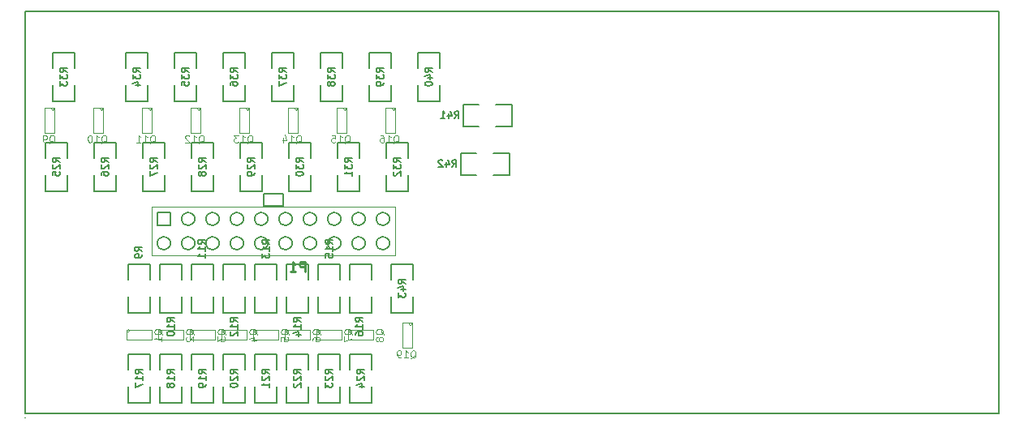
<source format=gbo>
G04 (created by PCBNEW (2013-jul-07)-stable) date ven. 28 nov. 2014 16:43:25 CET*
%MOIN*%
G04 Gerber Fmt 3.4, Leading zero omitted, Abs format*
%FSLAX34Y34*%
G01*
G70*
G90*
G04 APERTURE LIST*
%ADD10C,0.00590551*%
%ADD11C,0.00787402*%
%ADD12C,0.005*%
%ADD13C,0.0039*%
%ADD14C,0.0031*%
%ADD15C,0.01*%
%ADD16C,0.0108*%
%ADD17C,0.0047*%
G04 APERTURE END LIST*
G54D10*
G54D11*
X43800Y-36600D02*
X44600Y-36600D01*
G54D10*
X74000Y-29100D02*
X74000Y-45650D01*
X73400Y-29100D02*
X74000Y-29100D01*
X73400Y-45650D02*
X74000Y-45650D01*
X34000Y-29100D02*
X34000Y-45600D01*
X34000Y-29100D02*
X73400Y-29100D01*
X34000Y-45650D02*
X34000Y-45600D01*
X73400Y-45650D02*
X34000Y-45650D01*
G54D11*
X43800Y-37100D02*
X43950Y-37100D01*
X43800Y-36600D02*
X43800Y-37100D01*
X43900Y-37100D02*
X44100Y-37100D01*
X44600Y-37100D02*
X44050Y-37100D01*
X44600Y-36600D02*
X44600Y-37100D01*
G54D10*
X34000Y-45800D02*
G75*
G03X34000Y-45800I0J0D01*
G74*
G01*
X33999Y-45800D02*
X34000Y-45800D01*
X34000Y-45799D02*
X34000Y-45800D01*
G54D12*
X38250Y-39500D02*
X39150Y-39500D01*
X39150Y-39500D02*
X39150Y-40150D01*
X38250Y-40850D02*
X38250Y-41500D01*
X38250Y-41500D02*
X39150Y-41500D01*
X39150Y-41500D02*
X39150Y-40850D01*
X38250Y-40150D02*
X38250Y-39500D01*
X40850Y-39500D02*
X41750Y-39500D01*
X41750Y-39500D02*
X41750Y-40150D01*
X40850Y-40850D02*
X40850Y-41500D01*
X40850Y-41500D02*
X41750Y-41500D01*
X41750Y-41500D02*
X41750Y-40850D01*
X40850Y-40150D02*
X40850Y-39500D01*
X43450Y-39500D02*
X44350Y-39500D01*
X44350Y-39500D02*
X44350Y-40150D01*
X43450Y-40850D02*
X43450Y-41500D01*
X43450Y-41500D02*
X44350Y-41500D01*
X44350Y-41500D02*
X44350Y-40850D01*
X43450Y-40150D02*
X43450Y-39500D01*
X46050Y-39500D02*
X46950Y-39500D01*
X46950Y-39500D02*
X46950Y-40150D01*
X46050Y-40850D02*
X46050Y-41500D01*
X46050Y-41500D02*
X46950Y-41500D01*
X46950Y-41500D02*
X46950Y-40850D01*
X46050Y-40150D02*
X46050Y-39500D01*
X47350Y-39500D02*
X48250Y-39500D01*
X48250Y-39500D02*
X48250Y-40150D01*
X47350Y-40850D02*
X47350Y-41500D01*
X47350Y-41500D02*
X48250Y-41500D01*
X48250Y-41500D02*
X48250Y-40850D01*
X47350Y-40150D02*
X47350Y-39500D01*
X44750Y-39500D02*
X45650Y-39500D01*
X45650Y-39500D02*
X45650Y-40150D01*
X44750Y-40850D02*
X44750Y-41500D01*
X44750Y-41500D02*
X45650Y-41500D01*
X45650Y-41500D02*
X45650Y-40850D01*
X44750Y-40150D02*
X44750Y-39500D01*
X42150Y-39500D02*
X43050Y-39500D01*
X43050Y-39500D02*
X43050Y-40150D01*
X42150Y-40850D02*
X42150Y-41500D01*
X42150Y-41500D02*
X43050Y-41500D01*
X43050Y-41500D02*
X43050Y-40850D01*
X42150Y-40150D02*
X42150Y-39500D01*
X39550Y-39500D02*
X40450Y-39500D01*
X40450Y-39500D02*
X40450Y-40150D01*
X39550Y-40850D02*
X39550Y-41500D01*
X39550Y-41500D02*
X40450Y-41500D01*
X40450Y-41500D02*
X40450Y-40850D01*
X39550Y-40150D02*
X39550Y-39500D01*
X39150Y-45200D02*
X38250Y-45200D01*
X38250Y-45200D02*
X38250Y-44550D01*
X39150Y-43850D02*
X39150Y-43200D01*
X39150Y-43200D02*
X38250Y-43200D01*
X38250Y-43200D02*
X38250Y-43850D01*
X39150Y-44550D02*
X39150Y-45200D01*
X40450Y-45200D02*
X39550Y-45200D01*
X39550Y-45200D02*
X39550Y-44550D01*
X40450Y-43850D02*
X40450Y-43200D01*
X40450Y-43200D02*
X39550Y-43200D01*
X39550Y-43200D02*
X39550Y-43850D01*
X40450Y-44550D02*
X40450Y-45200D01*
G54D13*
X39200Y-37150D02*
X49200Y-37150D01*
X39200Y-39150D02*
X49200Y-39150D01*
X39200Y-39150D02*
X39200Y-37150D01*
X49200Y-37150D02*
X49200Y-39150D01*
G54D12*
X41750Y-45200D02*
X40850Y-45200D01*
X40850Y-45200D02*
X40850Y-44550D01*
X41750Y-43850D02*
X41750Y-43200D01*
X41750Y-43200D02*
X40850Y-43200D01*
X40850Y-43200D02*
X40850Y-43850D01*
X41750Y-44550D02*
X41750Y-45200D01*
X43050Y-45200D02*
X42150Y-45200D01*
X42150Y-45200D02*
X42150Y-44550D01*
X43050Y-43850D02*
X43050Y-43200D01*
X43050Y-43200D02*
X42150Y-43200D01*
X42150Y-43200D02*
X42150Y-43850D01*
X43050Y-44550D02*
X43050Y-45200D01*
X44350Y-45200D02*
X43450Y-45200D01*
X43450Y-45200D02*
X43450Y-44550D01*
X44350Y-43850D02*
X44350Y-43200D01*
X44350Y-43200D02*
X43450Y-43200D01*
X43450Y-43200D02*
X43450Y-43850D01*
X44350Y-44550D02*
X44350Y-45200D01*
X45650Y-45200D02*
X44750Y-45200D01*
X44750Y-45200D02*
X44750Y-44550D01*
X45650Y-43850D02*
X45650Y-43200D01*
X45650Y-43200D02*
X44750Y-43200D01*
X44750Y-43200D02*
X44750Y-43850D01*
X45650Y-44550D02*
X45650Y-45200D01*
X46950Y-45200D02*
X46050Y-45200D01*
X46050Y-45200D02*
X46050Y-44550D01*
X46950Y-43850D02*
X46950Y-43200D01*
X46950Y-43200D02*
X46050Y-43200D01*
X46050Y-43200D02*
X46050Y-43850D01*
X46950Y-44550D02*
X46950Y-45200D01*
X48250Y-45200D02*
X47350Y-45200D01*
X47350Y-45200D02*
X47350Y-44550D01*
X48250Y-43850D02*
X48250Y-43200D01*
X48250Y-43200D02*
X47350Y-43200D01*
X47350Y-43200D02*
X47350Y-43850D01*
X48250Y-44550D02*
X48250Y-45200D01*
X35750Y-36500D02*
X34850Y-36500D01*
X34850Y-36500D02*
X34850Y-35850D01*
X35750Y-35150D02*
X35750Y-34500D01*
X35750Y-34500D02*
X34850Y-34500D01*
X34850Y-34500D02*
X34850Y-35150D01*
X35750Y-35850D02*
X35750Y-36500D01*
X37750Y-36500D02*
X36850Y-36500D01*
X36850Y-36500D02*
X36850Y-35850D01*
X37750Y-35150D02*
X37750Y-34500D01*
X37750Y-34500D02*
X36850Y-34500D01*
X36850Y-34500D02*
X36850Y-35150D01*
X37750Y-35850D02*
X37750Y-36500D01*
X39750Y-36500D02*
X38850Y-36500D01*
X38850Y-36500D02*
X38850Y-35850D01*
X39750Y-35150D02*
X39750Y-34500D01*
X39750Y-34500D02*
X38850Y-34500D01*
X38850Y-34500D02*
X38850Y-35150D01*
X39750Y-35850D02*
X39750Y-36500D01*
X41750Y-36500D02*
X40850Y-36500D01*
X40850Y-36500D02*
X40850Y-35850D01*
X41750Y-35150D02*
X41750Y-34500D01*
X41750Y-34500D02*
X40850Y-34500D01*
X40850Y-34500D02*
X40850Y-35150D01*
X41750Y-35850D02*
X41750Y-36500D01*
X43750Y-36500D02*
X42850Y-36500D01*
X42850Y-36500D02*
X42850Y-35850D01*
X43750Y-35150D02*
X43750Y-34500D01*
X43750Y-34500D02*
X42850Y-34500D01*
X42850Y-34500D02*
X42850Y-35150D01*
X43750Y-35850D02*
X43750Y-36500D01*
X45750Y-36500D02*
X44850Y-36500D01*
X44850Y-36500D02*
X44850Y-35850D01*
X45750Y-35150D02*
X45750Y-34500D01*
X45750Y-34500D02*
X44850Y-34500D01*
X44850Y-34500D02*
X44850Y-35150D01*
X45750Y-35850D02*
X45750Y-36500D01*
X47750Y-36500D02*
X46850Y-36500D01*
X46850Y-36500D02*
X46850Y-35850D01*
X47750Y-35150D02*
X47750Y-34500D01*
X47750Y-34500D02*
X46850Y-34500D01*
X46850Y-34500D02*
X46850Y-35150D01*
X47750Y-35850D02*
X47750Y-36500D01*
X49750Y-36500D02*
X48850Y-36500D01*
X48850Y-36500D02*
X48850Y-35850D01*
X49750Y-35150D02*
X49750Y-34500D01*
X49750Y-34500D02*
X48850Y-34500D01*
X48850Y-34500D02*
X48850Y-35150D01*
X49750Y-35850D02*
X49750Y-36500D01*
X35150Y-30800D02*
X36050Y-30800D01*
X36050Y-30800D02*
X36050Y-31450D01*
X35150Y-32150D02*
X35150Y-32800D01*
X35150Y-32800D02*
X36050Y-32800D01*
X36050Y-32800D02*
X36050Y-32150D01*
X35150Y-31450D02*
X35150Y-30800D01*
X38150Y-30800D02*
X39050Y-30800D01*
X39050Y-30800D02*
X39050Y-31450D01*
X38150Y-32150D02*
X38150Y-32800D01*
X38150Y-32800D02*
X39050Y-32800D01*
X39050Y-32800D02*
X39050Y-32150D01*
X38150Y-31450D02*
X38150Y-30800D01*
X40150Y-30800D02*
X41050Y-30800D01*
X41050Y-30800D02*
X41050Y-31450D01*
X40150Y-32150D02*
X40150Y-32800D01*
X40150Y-32800D02*
X41050Y-32800D01*
X41050Y-32800D02*
X41050Y-32150D01*
X40150Y-31450D02*
X40150Y-30800D01*
X42150Y-30800D02*
X43050Y-30800D01*
X43050Y-30800D02*
X43050Y-31450D01*
X42150Y-32150D02*
X42150Y-32800D01*
X42150Y-32800D02*
X43050Y-32800D01*
X43050Y-32800D02*
X43050Y-32150D01*
X42150Y-31450D02*
X42150Y-30800D01*
X44150Y-30800D02*
X45050Y-30800D01*
X45050Y-30800D02*
X45050Y-31450D01*
X44150Y-32150D02*
X44150Y-32800D01*
X44150Y-32800D02*
X45050Y-32800D01*
X45050Y-32800D02*
X45050Y-32150D01*
X44150Y-31450D02*
X44150Y-30800D01*
X46150Y-30800D02*
X47050Y-30800D01*
X47050Y-30800D02*
X47050Y-31450D01*
X46150Y-32150D02*
X46150Y-32800D01*
X46150Y-32800D02*
X47050Y-32800D01*
X47050Y-32800D02*
X47050Y-32150D01*
X46150Y-31450D02*
X46150Y-30800D01*
X48150Y-30800D02*
X49050Y-30800D01*
X49050Y-30800D02*
X49050Y-31450D01*
X48150Y-32150D02*
X48150Y-32800D01*
X48150Y-32800D02*
X49050Y-32800D01*
X49050Y-32800D02*
X49050Y-32150D01*
X48150Y-31450D02*
X48150Y-30800D01*
X50150Y-30800D02*
X51050Y-30800D01*
X51050Y-30800D02*
X51050Y-31450D01*
X50150Y-32150D02*
X50150Y-32800D01*
X50150Y-32800D02*
X51050Y-32800D01*
X51050Y-32800D02*
X51050Y-32150D01*
X50150Y-31450D02*
X50150Y-30800D01*
X52000Y-33850D02*
X52000Y-32950D01*
X52000Y-32950D02*
X52650Y-32950D01*
X53350Y-33850D02*
X54000Y-33850D01*
X54000Y-33850D02*
X54000Y-32950D01*
X54000Y-32950D02*
X53350Y-32950D01*
X52650Y-33850D02*
X52000Y-33850D01*
X53900Y-34950D02*
X53900Y-35850D01*
X53900Y-35850D02*
X53250Y-35850D01*
X52550Y-34950D02*
X51900Y-34950D01*
X51900Y-34950D02*
X51900Y-35850D01*
X51900Y-35850D02*
X52550Y-35850D01*
X53250Y-34950D02*
X53900Y-34950D01*
X49050Y-39500D02*
X49950Y-39500D01*
X49950Y-39500D02*
X49950Y-40150D01*
X49050Y-40850D02*
X49050Y-41500D01*
X49050Y-41500D02*
X49950Y-41500D01*
X49950Y-41500D02*
X49950Y-40850D01*
X49050Y-40150D02*
X49050Y-39500D01*
G54D14*
X38299Y-42262D02*
G75*
G03X38299Y-42262I-62J0D01*
G74*
G01*
X39200Y-42600D02*
X39200Y-42200D01*
X38175Y-42600D02*
X38175Y-42200D01*
X39200Y-42200D02*
X38175Y-42200D01*
X38175Y-42600D02*
X39200Y-42600D01*
X39599Y-42262D02*
G75*
G03X39599Y-42262I-62J0D01*
G74*
G01*
X40500Y-42600D02*
X40500Y-42200D01*
X39475Y-42600D02*
X39475Y-42200D01*
X40500Y-42200D02*
X39475Y-42200D01*
X39475Y-42600D02*
X40500Y-42600D01*
X40899Y-42262D02*
G75*
G03X40899Y-42262I-62J0D01*
G74*
G01*
X41800Y-42600D02*
X41800Y-42200D01*
X40775Y-42600D02*
X40775Y-42200D01*
X41800Y-42200D02*
X40775Y-42200D01*
X40775Y-42600D02*
X41800Y-42600D01*
X42199Y-42262D02*
G75*
G03X42199Y-42262I-62J0D01*
G74*
G01*
X43100Y-42600D02*
X43100Y-42200D01*
X42075Y-42600D02*
X42075Y-42200D01*
X43100Y-42200D02*
X42075Y-42200D01*
X42075Y-42600D02*
X43100Y-42600D01*
X43499Y-42262D02*
G75*
G03X43499Y-42262I-62J0D01*
G74*
G01*
X44400Y-42600D02*
X44400Y-42200D01*
X43375Y-42600D02*
X43375Y-42200D01*
X44400Y-42200D02*
X43375Y-42200D01*
X43375Y-42600D02*
X44400Y-42600D01*
X44799Y-42262D02*
G75*
G03X44799Y-42262I-62J0D01*
G74*
G01*
X45700Y-42600D02*
X45700Y-42200D01*
X44675Y-42600D02*
X44675Y-42200D01*
X45700Y-42200D02*
X44675Y-42200D01*
X44675Y-42600D02*
X45700Y-42600D01*
X46099Y-42262D02*
G75*
G03X46099Y-42262I-62J0D01*
G74*
G01*
X47000Y-42600D02*
X47000Y-42200D01*
X45975Y-42600D02*
X45975Y-42200D01*
X47000Y-42200D02*
X45975Y-42200D01*
X45975Y-42600D02*
X47000Y-42600D01*
X47399Y-42262D02*
G75*
G03X47399Y-42262I-62J0D01*
G74*
G01*
X48300Y-42600D02*
X48300Y-42200D01*
X47275Y-42600D02*
X47275Y-42200D01*
X48300Y-42200D02*
X47275Y-42200D01*
X47275Y-42600D02*
X48300Y-42600D01*
X35200Y-33137D02*
G75*
G03X35200Y-33137I-62J0D01*
G74*
G01*
X34800Y-34100D02*
X35200Y-34100D01*
X34800Y-33075D02*
X35200Y-33075D01*
X35200Y-34100D02*
X35200Y-33075D01*
X34800Y-33075D02*
X34800Y-34100D01*
X37200Y-33137D02*
G75*
G03X37200Y-33137I-62J0D01*
G74*
G01*
X36800Y-34100D02*
X37200Y-34100D01*
X36800Y-33075D02*
X37200Y-33075D01*
X37200Y-34100D02*
X37200Y-33075D01*
X36800Y-33075D02*
X36800Y-34100D01*
X39200Y-33137D02*
G75*
G03X39200Y-33137I-62J0D01*
G74*
G01*
X38800Y-34100D02*
X39200Y-34100D01*
X38800Y-33075D02*
X39200Y-33075D01*
X39200Y-34100D02*
X39200Y-33075D01*
X38800Y-33075D02*
X38800Y-34100D01*
X41200Y-33137D02*
G75*
G03X41200Y-33137I-62J0D01*
G74*
G01*
X40800Y-34100D02*
X41200Y-34100D01*
X40800Y-33075D02*
X41200Y-33075D01*
X41200Y-34100D02*
X41200Y-33075D01*
X40800Y-33075D02*
X40800Y-34100D01*
X43200Y-33137D02*
G75*
G03X43200Y-33137I-62J0D01*
G74*
G01*
X42800Y-34100D02*
X43200Y-34100D01*
X42800Y-33075D02*
X43200Y-33075D01*
X43200Y-34100D02*
X43200Y-33075D01*
X42800Y-33075D02*
X42800Y-34100D01*
X45200Y-33137D02*
G75*
G03X45200Y-33137I-62J0D01*
G74*
G01*
X44800Y-34100D02*
X45200Y-34100D01*
X44800Y-33075D02*
X45200Y-33075D01*
X45200Y-34100D02*
X45200Y-33075D01*
X44800Y-33075D02*
X44800Y-34100D01*
X47200Y-33137D02*
G75*
G03X47200Y-33137I-62J0D01*
G74*
G01*
X46800Y-34100D02*
X47200Y-34100D01*
X46800Y-33075D02*
X47200Y-33075D01*
X47200Y-34100D02*
X47200Y-33075D01*
X46800Y-33075D02*
X46800Y-34100D01*
X49200Y-33137D02*
G75*
G03X49200Y-33137I-62J0D01*
G74*
G01*
X48800Y-34100D02*
X49200Y-34100D01*
X48800Y-33075D02*
X49200Y-33075D01*
X49200Y-34100D02*
X49200Y-33075D01*
X48800Y-33075D02*
X48800Y-34100D01*
X49900Y-41987D02*
G75*
G03X49900Y-41987I-62J0D01*
G74*
G01*
X49500Y-42950D02*
X49900Y-42950D01*
X49500Y-41925D02*
X49900Y-41925D01*
X49900Y-42950D02*
X49900Y-41925D01*
X49500Y-41925D02*
X49500Y-42950D01*
G54D10*
X39429Y-37379D02*
X39429Y-37920D01*
X39970Y-37920D01*
X39970Y-37379D01*
X39429Y-37379D01*
X39970Y-38650D02*
G75*
G03X39970Y-38650I-270J0D01*
G74*
G01*
X40970Y-37650D02*
G75*
G03X40970Y-37650I-270J0D01*
G74*
G01*
X40970Y-38650D02*
G75*
G03X40970Y-38650I-270J0D01*
G74*
G01*
X41970Y-37650D02*
G75*
G03X41970Y-37650I-270J0D01*
G74*
G01*
X41970Y-38650D02*
G75*
G03X41970Y-38650I-270J0D01*
G74*
G01*
X42970Y-37650D02*
G75*
G03X42970Y-37650I-270J0D01*
G74*
G01*
X42970Y-38650D02*
G75*
G03X42970Y-38650I-270J0D01*
G74*
G01*
X43970Y-37650D02*
G75*
G03X43970Y-37650I-270J0D01*
G74*
G01*
X43970Y-38650D02*
G75*
G03X43970Y-38650I-270J0D01*
G74*
G01*
X44970Y-37650D02*
G75*
G03X44970Y-37650I-270J0D01*
G74*
G01*
X44970Y-38650D02*
G75*
G03X44970Y-38650I-270J0D01*
G74*
G01*
X45970Y-37650D02*
G75*
G03X45970Y-37650I-270J0D01*
G74*
G01*
X45970Y-38650D02*
G75*
G03X45970Y-38650I-270J0D01*
G74*
G01*
X46970Y-37650D02*
G75*
G03X46970Y-37650I-270J0D01*
G74*
G01*
X46970Y-38650D02*
G75*
G03X46970Y-38650I-270J0D01*
G74*
G01*
X47970Y-37650D02*
G75*
G03X47970Y-37650I-270J0D01*
G74*
G01*
X47970Y-38650D02*
G75*
G03X47970Y-38650I-270J0D01*
G74*
G01*
X48970Y-37650D02*
G75*
G03X48970Y-37650I-270J0D01*
G74*
G01*
X48970Y-38650D02*
G75*
G03X48970Y-38650I-270J0D01*
G74*
G01*
G54D12*
X38796Y-38975D02*
X38653Y-38875D01*
X38796Y-38803D02*
X38496Y-38803D01*
X38496Y-38917D01*
X38510Y-38946D01*
X38525Y-38960D01*
X38553Y-38975D01*
X38596Y-38975D01*
X38625Y-38960D01*
X38639Y-38946D01*
X38653Y-38917D01*
X38653Y-38803D01*
X38796Y-39117D02*
X38796Y-39175D01*
X38782Y-39203D01*
X38767Y-39217D01*
X38725Y-39246D01*
X38667Y-39260D01*
X38553Y-39260D01*
X38525Y-39246D01*
X38510Y-39232D01*
X38496Y-39203D01*
X38496Y-39146D01*
X38510Y-39117D01*
X38525Y-39103D01*
X38553Y-39089D01*
X38625Y-39089D01*
X38653Y-39103D01*
X38667Y-39117D01*
X38682Y-39146D01*
X38682Y-39203D01*
X38667Y-39232D01*
X38653Y-39246D01*
X38625Y-39260D01*
X41396Y-38682D02*
X41253Y-38582D01*
X41396Y-38510D02*
X41096Y-38510D01*
X41096Y-38625D01*
X41110Y-38653D01*
X41125Y-38667D01*
X41153Y-38682D01*
X41196Y-38682D01*
X41225Y-38667D01*
X41239Y-38653D01*
X41253Y-38625D01*
X41253Y-38510D01*
X41396Y-38967D02*
X41396Y-38796D01*
X41396Y-38882D02*
X41096Y-38882D01*
X41139Y-38853D01*
X41167Y-38825D01*
X41182Y-38796D01*
X41396Y-39253D02*
X41396Y-39082D01*
X41396Y-39167D02*
X41096Y-39167D01*
X41139Y-39139D01*
X41167Y-39110D01*
X41182Y-39082D01*
X44046Y-38682D02*
X43903Y-38582D01*
X44046Y-38510D02*
X43746Y-38510D01*
X43746Y-38625D01*
X43760Y-38653D01*
X43775Y-38667D01*
X43803Y-38682D01*
X43846Y-38682D01*
X43875Y-38667D01*
X43889Y-38653D01*
X43903Y-38625D01*
X43903Y-38510D01*
X44046Y-38967D02*
X44046Y-38796D01*
X44046Y-38882D02*
X43746Y-38882D01*
X43789Y-38853D01*
X43817Y-38825D01*
X43832Y-38796D01*
X43746Y-39067D02*
X43746Y-39253D01*
X43860Y-39153D01*
X43860Y-39196D01*
X43875Y-39225D01*
X43889Y-39239D01*
X43917Y-39253D01*
X43989Y-39253D01*
X44017Y-39239D01*
X44032Y-39225D01*
X44046Y-39196D01*
X44046Y-39110D01*
X44032Y-39082D01*
X44017Y-39067D01*
X46646Y-38682D02*
X46503Y-38582D01*
X46646Y-38510D02*
X46346Y-38510D01*
X46346Y-38625D01*
X46360Y-38653D01*
X46375Y-38667D01*
X46403Y-38682D01*
X46446Y-38682D01*
X46475Y-38667D01*
X46489Y-38653D01*
X46503Y-38625D01*
X46503Y-38510D01*
X46646Y-38967D02*
X46646Y-38796D01*
X46646Y-38882D02*
X46346Y-38882D01*
X46389Y-38853D01*
X46417Y-38825D01*
X46432Y-38796D01*
X46346Y-39239D02*
X46346Y-39096D01*
X46489Y-39082D01*
X46475Y-39096D01*
X46460Y-39125D01*
X46460Y-39196D01*
X46475Y-39225D01*
X46489Y-39239D01*
X46517Y-39253D01*
X46589Y-39253D01*
X46617Y-39239D01*
X46632Y-39225D01*
X46646Y-39196D01*
X46646Y-39125D01*
X46632Y-39096D01*
X46617Y-39082D01*
X47871Y-41882D02*
X47728Y-41782D01*
X47871Y-41710D02*
X47571Y-41710D01*
X47571Y-41825D01*
X47585Y-41853D01*
X47600Y-41867D01*
X47628Y-41882D01*
X47671Y-41882D01*
X47700Y-41867D01*
X47714Y-41853D01*
X47728Y-41825D01*
X47728Y-41710D01*
X47871Y-42167D02*
X47871Y-41996D01*
X47871Y-42082D02*
X47571Y-42082D01*
X47614Y-42053D01*
X47642Y-42025D01*
X47657Y-41996D01*
X47571Y-42425D02*
X47571Y-42367D01*
X47585Y-42339D01*
X47600Y-42325D01*
X47642Y-42296D01*
X47700Y-42282D01*
X47814Y-42282D01*
X47842Y-42296D01*
X47857Y-42310D01*
X47871Y-42339D01*
X47871Y-42396D01*
X47857Y-42425D01*
X47842Y-42439D01*
X47814Y-42453D01*
X47742Y-42453D01*
X47714Y-42439D01*
X47700Y-42425D01*
X47685Y-42396D01*
X47685Y-42339D01*
X47700Y-42310D01*
X47714Y-42296D01*
X47742Y-42282D01*
X45321Y-41882D02*
X45178Y-41782D01*
X45321Y-41710D02*
X45021Y-41710D01*
X45021Y-41825D01*
X45035Y-41853D01*
X45050Y-41867D01*
X45078Y-41882D01*
X45121Y-41882D01*
X45150Y-41867D01*
X45164Y-41853D01*
X45178Y-41825D01*
X45178Y-41710D01*
X45321Y-42167D02*
X45321Y-41996D01*
X45321Y-42082D02*
X45021Y-42082D01*
X45064Y-42053D01*
X45092Y-42025D01*
X45107Y-41996D01*
X45121Y-42425D02*
X45321Y-42425D01*
X45007Y-42353D02*
X45221Y-42282D01*
X45221Y-42467D01*
X42721Y-41882D02*
X42578Y-41782D01*
X42721Y-41710D02*
X42421Y-41710D01*
X42421Y-41825D01*
X42435Y-41853D01*
X42450Y-41867D01*
X42478Y-41882D01*
X42521Y-41882D01*
X42550Y-41867D01*
X42564Y-41853D01*
X42578Y-41825D01*
X42578Y-41710D01*
X42721Y-42167D02*
X42721Y-41996D01*
X42721Y-42082D02*
X42421Y-42082D01*
X42464Y-42053D01*
X42492Y-42025D01*
X42507Y-41996D01*
X42450Y-42282D02*
X42435Y-42296D01*
X42421Y-42325D01*
X42421Y-42396D01*
X42435Y-42425D01*
X42450Y-42439D01*
X42478Y-42453D01*
X42507Y-42453D01*
X42550Y-42439D01*
X42721Y-42267D01*
X42721Y-42453D01*
X40121Y-41882D02*
X39978Y-41782D01*
X40121Y-41710D02*
X39821Y-41710D01*
X39821Y-41825D01*
X39835Y-41853D01*
X39850Y-41867D01*
X39878Y-41882D01*
X39921Y-41882D01*
X39950Y-41867D01*
X39964Y-41853D01*
X39978Y-41825D01*
X39978Y-41710D01*
X40121Y-42167D02*
X40121Y-41996D01*
X40121Y-42082D02*
X39821Y-42082D01*
X39864Y-42053D01*
X39892Y-42025D01*
X39907Y-41996D01*
X39821Y-42353D02*
X39821Y-42382D01*
X39835Y-42410D01*
X39850Y-42425D01*
X39878Y-42439D01*
X39935Y-42453D01*
X40007Y-42453D01*
X40064Y-42439D01*
X40092Y-42425D01*
X40107Y-42410D01*
X40121Y-42382D01*
X40121Y-42353D01*
X40107Y-42325D01*
X40092Y-42310D01*
X40064Y-42296D01*
X40007Y-42282D01*
X39935Y-42282D01*
X39878Y-42296D01*
X39850Y-42310D01*
X39835Y-42325D01*
X39821Y-42353D01*
X38821Y-44007D02*
X38678Y-43907D01*
X38821Y-43835D02*
X38521Y-43835D01*
X38521Y-43950D01*
X38535Y-43978D01*
X38550Y-43992D01*
X38578Y-44007D01*
X38621Y-44007D01*
X38650Y-43992D01*
X38664Y-43978D01*
X38678Y-43950D01*
X38678Y-43835D01*
X38821Y-44292D02*
X38821Y-44121D01*
X38821Y-44207D02*
X38521Y-44207D01*
X38564Y-44178D01*
X38592Y-44150D01*
X38607Y-44121D01*
X38521Y-44392D02*
X38521Y-44592D01*
X38821Y-44464D01*
X40121Y-44007D02*
X39978Y-43907D01*
X40121Y-43835D02*
X39821Y-43835D01*
X39821Y-43950D01*
X39835Y-43978D01*
X39850Y-43992D01*
X39878Y-44007D01*
X39921Y-44007D01*
X39950Y-43992D01*
X39964Y-43978D01*
X39978Y-43950D01*
X39978Y-43835D01*
X40121Y-44292D02*
X40121Y-44121D01*
X40121Y-44207D02*
X39821Y-44207D01*
X39864Y-44178D01*
X39892Y-44150D01*
X39907Y-44121D01*
X39950Y-44464D02*
X39935Y-44435D01*
X39921Y-44421D01*
X39892Y-44407D01*
X39878Y-44407D01*
X39850Y-44421D01*
X39835Y-44435D01*
X39821Y-44464D01*
X39821Y-44521D01*
X39835Y-44550D01*
X39850Y-44564D01*
X39878Y-44578D01*
X39892Y-44578D01*
X39921Y-44564D01*
X39935Y-44550D01*
X39950Y-44521D01*
X39950Y-44464D01*
X39964Y-44435D01*
X39978Y-44421D01*
X40007Y-44407D01*
X40064Y-44407D01*
X40092Y-44421D01*
X40107Y-44435D01*
X40121Y-44464D01*
X40121Y-44521D01*
X40107Y-44550D01*
X40092Y-44564D01*
X40064Y-44578D01*
X40007Y-44578D01*
X39978Y-44564D01*
X39964Y-44550D01*
X39950Y-44521D01*
G54D15*
X45495Y-39811D02*
X45495Y-39411D01*
X45342Y-39411D01*
X45304Y-39430D01*
X45285Y-39450D01*
X45266Y-39488D01*
X45266Y-39545D01*
X45285Y-39583D01*
X45304Y-39602D01*
X45342Y-39621D01*
X45495Y-39621D01*
X44885Y-39811D02*
X45114Y-39811D01*
X44999Y-39811D02*
X44999Y-39411D01*
X45038Y-39469D01*
X45076Y-39507D01*
X45114Y-39526D01*
G54D16*
G54D12*
X41421Y-44007D02*
X41278Y-43907D01*
X41421Y-43835D02*
X41121Y-43835D01*
X41121Y-43950D01*
X41135Y-43978D01*
X41150Y-43992D01*
X41178Y-44007D01*
X41221Y-44007D01*
X41250Y-43992D01*
X41264Y-43978D01*
X41278Y-43950D01*
X41278Y-43835D01*
X41421Y-44292D02*
X41421Y-44121D01*
X41421Y-44207D02*
X41121Y-44207D01*
X41164Y-44178D01*
X41192Y-44150D01*
X41207Y-44121D01*
X41421Y-44435D02*
X41421Y-44492D01*
X41407Y-44521D01*
X41392Y-44535D01*
X41350Y-44564D01*
X41292Y-44578D01*
X41178Y-44578D01*
X41150Y-44564D01*
X41135Y-44550D01*
X41121Y-44521D01*
X41121Y-44464D01*
X41135Y-44435D01*
X41150Y-44421D01*
X41178Y-44407D01*
X41250Y-44407D01*
X41278Y-44421D01*
X41292Y-44435D01*
X41307Y-44464D01*
X41307Y-44521D01*
X41292Y-44550D01*
X41278Y-44564D01*
X41250Y-44578D01*
X42721Y-44007D02*
X42578Y-43907D01*
X42721Y-43835D02*
X42421Y-43835D01*
X42421Y-43950D01*
X42435Y-43978D01*
X42450Y-43992D01*
X42478Y-44007D01*
X42521Y-44007D01*
X42550Y-43992D01*
X42564Y-43978D01*
X42578Y-43950D01*
X42578Y-43835D01*
X42450Y-44121D02*
X42435Y-44135D01*
X42421Y-44164D01*
X42421Y-44235D01*
X42435Y-44264D01*
X42450Y-44278D01*
X42478Y-44292D01*
X42507Y-44292D01*
X42550Y-44278D01*
X42721Y-44107D01*
X42721Y-44292D01*
X42421Y-44478D02*
X42421Y-44507D01*
X42435Y-44535D01*
X42450Y-44550D01*
X42478Y-44564D01*
X42535Y-44578D01*
X42607Y-44578D01*
X42664Y-44564D01*
X42692Y-44550D01*
X42707Y-44535D01*
X42721Y-44507D01*
X42721Y-44478D01*
X42707Y-44450D01*
X42692Y-44435D01*
X42664Y-44421D01*
X42607Y-44407D01*
X42535Y-44407D01*
X42478Y-44421D01*
X42450Y-44435D01*
X42435Y-44450D01*
X42421Y-44478D01*
X44021Y-44007D02*
X43878Y-43907D01*
X44021Y-43835D02*
X43721Y-43835D01*
X43721Y-43950D01*
X43735Y-43978D01*
X43750Y-43992D01*
X43778Y-44007D01*
X43821Y-44007D01*
X43850Y-43992D01*
X43864Y-43978D01*
X43878Y-43950D01*
X43878Y-43835D01*
X43750Y-44121D02*
X43735Y-44135D01*
X43721Y-44164D01*
X43721Y-44235D01*
X43735Y-44264D01*
X43750Y-44278D01*
X43778Y-44292D01*
X43807Y-44292D01*
X43850Y-44278D01*
X44021Y-44107D01*
X44021Y-44292D01*
X44021Y-44578D02*
X44021Y-44407D01*
X44021Y-44492D02*
X43721Y-44492D01*
X43764Y-44464D01*
X43792Y-44435D01*
X43807Y-44407D01*
X45321Y-44007D02*
X45178Y-43907D01*
X45321Y-43835D02*
X45021Y-43835D01*
X45021Y-43950D01*
X45035Y-43978D01*
X45050Y-43992D01*
X45078Y-44007D01*
X45121Y-44007D01*
X45150Y-43992D01*
X45164Y-43978D01*
X45178Y-43950D01*
X45178Y-43835D01*
X45050Y-44121D02*
X45035Y-44135D01*
X45021Y-44164D01*
X45021Y-44235D01*
X45035Y-44264D01*
X45050Y-44278D01*
X45078Y-44292D01*
X45107Y-44292D01*
X45150Y-44278D01*
X45321Y-44107D01*
X45321Y-44292D01*
X45050Y-44407D02*
X45035Y-44421D01*
X45021Y-44450D01*
X45021Y-44521D01*
X45035Y-44550D01*
X45050Y-44564D01*
X45078Y-44578D01*
X45107Y-44578D01*
X45150Y-44564D01*
X45321Y-44392D01*
X45321Y-44578D01*
X46621Y-44007D02*
X46478Y-43907D01*
X46621Y-43835D02*
X46321Y-43835D01*
X46321Y-43950D01*
X46335Y-43978D01*
X46350Y-43992D01*
X46378Y-44007D01*
X46421Y-44007D01*
X46450Y-43992D01*
X46464Y-43978D01*
X46478Y-43950D01*
X46478Y-43835D01*
X46350Y-44121D02*
X46335Y-44135D01*
X46321Y-44164D01*
X46321Y-44235D01*
X46335Y-44264D01*
X46350Y-44278D01*
X46378Y-44292D01*
X46407Y-44292D01*
X46450Y-44278D01*
X46621Y-44107D01*
X46621Y-44292D01*
X46321Y-44392D02*
X46321Y-44578D01*
X46435Y-44478D01*
X46435Y-44521D01*
X46450Y-44550D01*
X46464Y-44564D01*
X46492Y-44578D01*
X46564Y-44578D01*
X46592Y-44564D01*
X46607Y-44550D01*
X46621Y-44521D01*
X46621Y-44435D01*
X46607Y-44407D01*
X46592Y-44392D01*
X47921Y-44007D02*
X47778Y-43907D01*
X47921Y-43835D02*
X47621Y-43835D01*
X47621Y-43950D01*
X47635Y-43978D01*
X47650Y-43992D01*
X47678Y-44007D01*
X47721Y-44007D01*
X47750Y-43992D01*
X47764Y-43978D01*
X47778Y-43950D01*
X47778Y-43835D01*
X47650Y-44121D02*
X47635Y-44135D01*
X47621Y-44164D01*
X47621Y-44235D01*
X47635Y-44264D01*
X47650Y-44278D01*
X47678Y-44292D01*
X47707Y-44292D01*
X47750Y-44278D01*
X47921Y-44107D01*
X47921Y-44292D01*
X47721Y-44550D02*
X47921Y-44550D01*
X47607Y-44478D02*
X47821Y-44407D01*
X47821Y-44592D01*
X35421Y-35307D02*
X35278Y-35207D01*
X35421Y-35135D02*
X35121Y-35135D01*
X35121Y-35250D01*
X35135Y-35278D01*
X35150Y-35292D01*
X35178Y-35307D01*
X35221Y-35307D01*
X35250Y-35292D01*
X35264Y-35278D01*
X35278Y-35250D01*
X35278Y-35135D01*
X35150Y-35421D02*
X35135Y-35435D01*
X35121Y-35464D01*
X35121Y-35535D01*
X35135Y-35564D01*
X35150Y-35578D01*
X35178Y-35592D01*
X35207Y-35592D01*
X35250Y-35578D01*
X35421Y-35407D01*
X35421Y-35592D01*
X35121Y-35864D02*
X35121Y-35721D01*
X35264Y-35707D01*
X35250Y-35721D01*
X35235Y-35750D01*
X35235Y-35821D01*
X35250Y-35850D01*
X35264Y-35864D01*
X35292Y-35878D01*
X35364Y-35878D01*
X35392Y-35864D01*
X35407Y-35850D01*
X35421Y-35821D01*
X35421Y-35750D01*
X35407Y-35721D01*
X35392Y-35707D01*
X37421Y-35307D02*
X37278Y-35207D01*
X37421Y-35135D02*
X37121Y-35135D01*
X37121Y-35250D01*
X37135Y-35278D01*
X37150Y-35292D01*
X37178Y-35307D01*
X37221Y-35307D01*
X37250Y-35292D01*
X37264Y-35278D01*
X37278Y-35250D01*
X37278Y-35135D01*
X37150Y-35421D02*
X37135Y-35435D01*
X37121Y-35464D01*
X37121Y-35535D01*
X37135Y-35564D01*
X37150Y-35578D01*
X37178Y-35592D01*
X37207Y-35592D01*
X37250Y-35578D01*
X37421Y-35407D01*
X37421Y-35592D01*
X37121Y-35850D02*
X37121Y-35792D01*
X37135Y-35764D01*
X37150Y-35750D01*
X37192Y-35721D01*
X37250Y-35707D01*
X37364Y-35707D01*
X37392Y-35721D01*
X37407Y-35735D01*
X37421Y-35764D01*
X37421Y-35821D01*
X37407Y-35850D01*
X37392Y-35864D01*
X37364Y-35878D01*
X37292Y-35878D01*
X37264Y-35864D01*
X37250Y-35850D01*
X37235Y-35821D01*
X37235Y-35764D01*
X37250Y-35735D01*
X37264Y-35721D01*
X37292Y-35707D01*
X39421Y-35307D02*
X39278Y-35207D01*
X39421Y-35135D02*
X39121Y-35135D01*
X39121Y-35250D01*
X39135Y-35278D01*
X39150Y-35292D01*
X39178Y-35307D01*
X39221Y-35307D01*
X39250Y-35292D01*
X39264Y-35278D01*
X39278Y-35250D01*
X39278Y-35135D01*
X39150Y-35421D02*
X39135Y-35435D01*
X39121Y-35464D01*
X39121Y-35535D01*
X39135Y-35564D01*
X39150Y-35578D01*
X39178Y-35592D01*
X39207Y-35592D01*
X39250Y-35578D01*
X39421Y-35407D01*
X39421Y-35592D01*
X39121Y-35692D02*
X39121Y-35892D01*
X39421Y-35764D01*
X41421Y-35307D02*
X41278Y-35207D01*
X41421Y-35135D02*
X41121Y-35135D01*
X41121Y-35250D01*
X41135Y-35278D01*
X41150Y-35292D01*
X41178Y-35307D01*
X41221Y-35307D01*
X41250Y-35292D01*
X41264Y-35278D01*
X41278Y-35250D01*
X41278Y-35135D01*
X41150Y-35421D02*
X41135Y-35435D01*
X41121Y-35464D01*
X41121Y-35535D01*
X41135Y-35564D01*
X41150Y-35578D01*
X41178Y-35592D01*
X41207Y-35592D01*
X41250Y-35578D01*
X41421Y-35407D01*
X41421Y-35592D01*
X41250Y-35764D02*
X41235Y-35735D01*
X41221Y-35721D01*
X41192Y-35707D01*
X41178Y-35707D01*
X41150Y-35721D01*
X41135Y-35735D01*
X41121Y-35764D01*
X41121Y-35821D01*
X41135Y-35850D01*
X41150Y-35864D01*
X41178Y-35878D01*
X41192Y-35878D01*
X41221Y-35864D01*
X41235Y-35850D01*
X41250Y-35821D01*
X41250Y-35764D01*
X41264Y-35735D01*
X41278Y-35721D01*
X41307Y-35707D01*
X41364Y-35707D01*
X41392Y-35721D01*
X41407Y-35735D01*
X41421Y-35764D01*
X41421Y-35821D01*
X41407Y-35850D01*
X41392Y-35864D01*
X41364Y-35878D01*
X41307Y-35878D01*
X41278Y-35864D01*
X41264Y-35850D01*
X41250Y-35821D01*
X43421Y-35307D02*
X43278Y-35207D01*
X43421Y-35135D02*
X43121Y-35135D01*
X43121Y-35250D01*
X43135Y-35278D01*
X43150Y-35292D01*
X43178Y-35307D01*
X43221Y-35307D01*
X43250Y-35292D01*
X43264Y-35278D01*
X43278Y-35250D01*
X43278Y-35135D01*
X43150Y-35421D02*
X43135Y-35435D01*
X43121Y-35464D01*
X43121Y-35535D01*
X43135Y-35564D01*
X43150Y-35578D01*
X43178Y-35592D01*
X43207Y-35592D01*
X43250Y-35578D01*
X43421Y-35407D01*
X43421Y-35592D01*
X43421Y-35735D02*
X43421Y-35792D01*
X43407Y-35821D01*
X43392Y-35835D01*
X43350Y-35864D01*
X43292Y-35878D01*
X43178Y-35878D01*
X43150Y-35864D01*
X43135Y-35850D01*
X43121Y-35821D01*
X43121Y-35764D01*
X43135Y-35735D01*
X43150Y-35721D01*
X43178Y-35707D01*
X43250Y-35707D01*
X43278Y-35721D01*
X43292Y-35735D01*
X43307Y-35764D01*
X43307Y-35821D01*
X43292Y-35850D01*
X43278Y-35864D01*
X43250Y-35878D01*
X45421Y-35307D02*
X45278Y-35207D01*
X45421Y-35135D02*
X45121Y-35135D01*
X45121Y-35250D01*
X45135Y-35278D01*
X45150Y-35292D01*
X45178Y-35307D01*
X45221Y-35307D01*
X45250Y-35292D01*
X45264Y-35278D01*
X45278Y-35250D01*
X45278Y-35135D01*
X45121Y-35407D02*
X45121Y-35592D01*
X45235Y-35492D01*
X45235Y-35535D01*
X45250Y-35564D01*
X45264Y-35578D01*
X45292Y-35592D01*
X45364Y-35592D01*
X45392Y-35578D01*
X45407Y-35564D01*
X45421Y-35535D01*
X45421Y-35450D01*
X45407Y-35421D01*
X45392Y-35407D01*
X45121Y-35778D02*
X45121Y-35807D01*
X45135Y-35835D01*
X45150Y-35850D01*
X45178Y-35864D01*
X45235Y-35878D01*
X45307Y-35878D01*
X45364Y-35864D01*
X45392Y-35850D01*
X45407Y-35835D01*
X45421Y-35807D01*
X45421Y-35778D01*
X45407Y-35750D01*
X45392Y-35735D01*
X45364Y-35721D01*
X45307Y-35707D01*
X45235Y-35707D01*
X45178Y-35721D01*
X45150Y-35735D01*
X45135Y-35750D01*
X45121Y-35778D01*
X47421Y-35307D02*
X47278Y-35207D01*
X47421Y-35135D02*
X47121Y-35135D01*
X47121Y-35250D01*
X47135Y-35278D01*
X47150Y-35292D01*
X47178Y-35307D01*
X47221Y-35307D01*
X47250Y-35292D01*
X47264Y-35278D01*
X47278Y-35250D01*
X47278Y-35135D01*
X47121Y-35407D02*
X47121Y-35592D01*
X47235Y-35492D01*
X47235Y-35535D01*
X47250Y-35564D01*
X47264Y-35578D01*
X47292Y-35592D01*
X47364Y-35592D01*
X47392Y-35578D01*
X47407Y-35564D01*
X47421Y-35535D01*
X47421Y-35450D01*
X47407Y-35421D01*
X47392Y-35407D01*
X47421Y-35878D02*
X47421Y-35707D01*
X47421Y-35792D02*
X47121Y-35792D01*
X47164Y-35764D01*
X47192Y-35735D01*
X47207Y-35707D01*
X49421Y-35307D02*
X49278Y-35207D01*
X49421Y-35135D02*
X49121Y-35135D01*
X49121Y-35250D01*
X49135Y-35278D01*
X49150Y-35292D01*
X49178Y-35307D01*
X49221Y-35307D01*
X49250Y-35292D01*
X49264Y-35278D01*
X49278Y-35250D01*
X49278Y-35135D01*
X49121Y-35407D02*
X49121Y-35592D01*
X49235Y-35492D01*
X49235Y-35535D01*
X49250Y-35564D01*
X49264Y-35578D01*
X49292Y-35592D01*
X49364Y-35592D01*
X49392Y-35578D01*
X49407Y-35564D01*
X49421Y-35535D01*
X49421Y-35450D01*
X49407Y-35421D01*
X49392Y-35407D01*
X49150Y-35707D02*
X49135Y-35721D01*
X49121Y-35750D01*
X49121Y-35821D01*
X49135Y-35850D01*
X49150Y-35864D01*
X49178Y-35878D01*
X49207Y-35878D01*
X49250Y-35864D01*
X49421Y-35692D01*
X49421Y-35878D01*
X35721Y-31607D02*
X35578Y-31507D01*
X35721Y-31435D02*
X35421Y-31435D01*
X35421Y-31550D01*
X35435Y-31578D01*
X35450Y-31592D01*
X35478Y-31607D01*
X35521Y-31607D01*
X35550Y-31592D01*
X35564Y-31578D01*
X35578Y-31550D01*
X35578Y-31435D01*
X35421Y-31707D02*
X35421Y-31892D01*
X35535Y-31792D01*
X35535Y-31835D01*
X35550Y-31864D01*
X35564Y-31878D01*
X35592Y-31892D01*
X35664Y-31892D01*
X35692Y-31878D01*
X35707Y-31864D01*
X35721Y-31835D01*
X35721Y-31750D01*
X35707Y-31721D01*
X35692Y-31707D01*
X35421Y-31992D02*
X35421Y-32178D01*
X35535Y-32078D01*
X35535Y-32121D01*
X35550Y-32150D01*
X35564Y-32164D01*
X35592Y-32178D01*
X35664Y-32178D01*
X35692Y-32164D01*
X35707Y-32150D01*
X35721Y-32121D01*
X35721Y-32035D01*
X35707Y-32007D01*
X35692Y-31992D01*
X38721Y-31607D02*
X38578Y-31507D01*
X38721Y-31435D02*
X38421Y-31435D01*
X38421Y-31550D01*
X38435Y-31578D01*
X38450Y-31592D01*
X38478Y-31607D01*
X38521Y-31607D01*
X38550Y-31592D01*
X38564Y-31578D01*
X38578Y-31550D01*
X38578Y-31435D01*
X38421Y-31707D02*
X38421Y-31892D01*
X38535Y-31792D01*
X38535Y-31835D01*
X38550Y-31864D01*
X38564Y-31878D01*
X38592Y-31892D01*
X38664Y-31892D01*
X38692Y-31878D01*
X38707Y-31864D01*
X38721Y-31835D01*
X38721Y-31750D01*
X38707Y-31721D01*
X38692Y-31707D01*
X38521Y-32150D02*
X38721Y-32150D01*
X38407Y-32078D02*
X38621Y-32007D01*
X38621Y-32192D01*
X40721Y-31607D02*
X40578Y-31507D01*
X40721Y-31435D02*
X40421Y-31435D01*
X40421Y-31550D01*
X40435Y-31578D01*
X40450Y-31592D01*
X40478Y-31607D01*
X40521Y-31607D01*
X40550Y-31592D01*
X40564Y-31578D01*
X40578Y-31550D01*
X40578Y-31435D01*
X40421Y-31707D02*
X40421Y-31892D01*
X40535Y-31792D01*
X40535Y-31835D01*
X40550Y-31864D01*
X40564Y-31878D01*
X40592Y-31892D01*
X40664Y-31892D01*
X40692Y-31878D01*
X40707Y-31864D01*
X40721Y-31835D01*
X40721Y-31750D01*
X40707Y-31721D01*
X40692Y-31707D01*
X40421Y-32164D02*
X40421Y-32021D01*
X40564Y-32007D01*
X40550Y-32021D01*
X40535Y-32050D01*
X40535Y-32121D01*
X40550Y-32150D01*
X40564Y-32164D01*
X40592Y-32178D01*
X40664Y-32178D01*
X40692Y-32164D01*
X40707Y-32150D01*
X40721Y-32121D01*
X40721Y-32050D01*
X40707Y-32021D01*
X40692Y-32007D01*
X42721Y-31607D02*
X42578Y-31507D01*
X42721Y-31435D02*
X42421Y-31435D01*
X42421Y-31550D01*
X42435Y-31578D01*
X42450Y-31592D01*
X42478Y-31607D01*
X42521Y-31607D01*
X42550Y-31592D01*
X42564Y-31578D01*
X42578Y-31550D01*
X42578Y-31435D01*
X42421Y-31707D02*
X42421Y-31892D01*
X42535Y-31792D01*
X42535Y-31835D01*
X42550Y-31864D01*
X42564Y-31878D01*
X42592Y-31892D01*
X42664Y-31892D01*
X42692Y-31878D01*
X42707Y-31864D01*
X42721Y-31835D01*
X42721Y-31750D01*
X42707Y-31721D01*
X42692Y-31707D01*
X42421Y-32150D02*
X42421Y-32092D01*
X42435Y-32064D01*
X42450Y-32050D01*
X42492Y-32021D01*
X42550Y-32007D01*
X42664Y-32007D01*
X42692Y-32021D01*
X42707Y-32035D01*
X42721Y-32064D01*
X42721Y-32121D01*
X42707Y-32150D01*
X42692Y-32164D01*
X42664Y-32178D01*
X42592Y-32178D01*
X42564Y-32164D01*
X42550Y-32150D01*
X42535Y-32121D01*
X42535Y-32064D01*
X42550Y-32035D01*
X42564Y-32021D01*
X42592Y-32007D01*
X44721Y-31607D02*
X44578Y-31507D01*
X44721Y-31435D02*
X44421Y-31435D01*
X44421Y-31550D01*
X44435Y-31578D01*
X44450Y-31592D01*
X44478Y-31607D01*
X44521Y-31607D01*
X44550Y-31592D01*
X44564Y-31578D01*
X44578Y-31550D01*
X44578Y-31435D01*
X44421Y-31707D02*
X44421Y-31892D01*
X44535Y-31792D01*
X44535Y-31835D01*
X44550Y-31864D01*
X44564Y-31878D01*
X44592Y-31892D01*
X44664Y-31892D01*
X44692Y-31878D01*
X44707Y-31864D01*
X44721Y-31835D01*
X44721Y-31750D01*
X44707Y-31721D01*
X44692Y-31707D01*
X44421Y-31992D02*
X44421Y-32192D01*
X44721Y-32064D01*
X46721Y-31607D02*
X46578Y-31507D01*
X46721Y-31435D02*
X46421Y-31435D01*
X46421Y-31550D01*
X46435Y-31578D01*
X46450Y-31592D01*
X46478Y-31607D01*
X46521Y-31607D01*
X46550Y-31592D01*
X46564Y-31578D01*
X46578Y-31550D01*
X46578Y-31435D01*
X46421Y-31707D02*
X46421Y-31892D01*
X46535Y-31792D01*
X46535Y-31835D01*
X46550Y-31864D01*
X46564Y-31878D01*
X46592Y-31892D01*
X46664Y-31892D01*
X46692Y-31878D01*
X46707Y-31864D01*
X46721Y-31835D01*
X46721Y-31750D01*
X46707Y-31721D01*
X46692Y-31707D01*
X46550Y-32064D02*
X46535Y-32035D01*
X46521Y-32021D01*
X46492Y-32007D01*
X46478Y-32007D01*
X46450Y-32021D01*
X46435Y-32035D01*
X46421Y-32064D01*
X46421Y-32121D01*
X46435Y-32150D01*
X46450Y-32164D01*
X46478Y-32178D01*
X46492Y-32178D01*
X46521Y-32164D01*
X46535Y-32150D01*
X46550Y-32121D01*
X46550Y-32064D01*
X46564Y-32035D01*
X46578Y-32021D01*
X46607Y-32007D01*
X46664Y-32007D01*
X46692Y-32021D01*
X46707Y-32035D01*
X46721Y-32064D01*
X46721Y-32121D01*
X46707Y-32150D01*
X46692Y-32164D01*
X46664Y-32178D01*
X46607Y-32178D01*
X46578Y-32164D01*
X46564Y-32150D01*
X46550Y-32121D01*
X48721Y-31607D02*
X48578Y-31507D01*
X48721Y-31435D02*
X48421Y-31435D01*
X48421Y-31550D01*
X48435Y-31578D01*
X48450Y-31592D01*
X48478Y-31607D01*
X48521Y-31607D01*
X48550Y-31592D01*
X48564Y-31578D01*
X48578Y-31550D01*
X48578Y-31435D01*
X48421Y-31707D02*
X48421Y-31892D01*
X48535Y-31792D01*
X48535Y-31835D01*
X48550Y-31864D01*
X48564Y-31878D01*
X48592Y-31892D01*
X48664Y-31892D01*
X48692Y-31878D01*
X48707Y-31864D01*
X48721Y-31835D01*
X48721Y-31750D01*
X48707Y-31721D01*
X48692Y-31707D01*
X48721Y-32035D02*
X48721Y-32092D01*
X48707Y-32121D01*
X48692Y-32135D01*
X48650Y-32164D01*
X48592Y-32178D01*
X48478Y-32178D01*
X48450Y-32164D01*
X48435Y-32150D01*
X48421Y-32121D01*
X48421Y-32064D01*
X48435Y-32035D01*
X48450Y-32021D01*
X48478Y-32007D01*
X48550Y-32007D01*
X48578Y-32021D01*
X48592Y-32035D01*
X48607Y-32064D01*
X48607Y-32121D01*
X48592Y-32150D01*
X48578Y-32164D01*
X48550Y-32178D01*
X50721Y-31607D02*
X50578Y-31507D01*
X50721Y-31435D02*
X50421Y-31435D01*
X50421Y-31550D01*
X50435Y-31578D01*
X50450Y-31592D01*
X50478Y-31607D01*
X50521Y-31607D01*
X50550Y-31592D01*
X50564Y-31578D01*
X50578Y-31550D01*
X50578Y-31435D01*
X50521Y-31864D02*
X50721Y-31864D01*
X50407Y-31792D02*
X50621Y-31721D01*
X50621Y-31907D01*
X50421Y-32078D02*
X50421Y-32107D01*
X50435Y-32135D01*
X50450Y-32150D01*
X50478Y-32164D01*
X50535Y-32178D01*
X50607Y-32178D01*
X50664Y-32164D01*
X50692Y-32150D01*
X50707Y-32135D01*
X50721Y-32107D01*
X50721Y-32078D01*
X50707Y-32050D01*
X50692Y-32035D01*
X50664Y-32021D01*
X50607Y-32007D01*
X50535Y-32007D01*
X50478Y-32021D01*
X50450Y-32035D01*
X50435Y-32050D01*
X50421Y-32078D01*
X51642Y-33521D02*
X51742Y-33378D01*
X51814Y-33521D02*
X51814Y-33221D01*
X51700Y-33221D01*
X51671Y-33235D01*
X51657Y-33250D01*
X51642Y-33278D01*
X51642Y-33321D01*
X51657Y-33350D01*
X51671Y-33364D01*
X51700Y-33378D01*
X51814Y-33378D01*
X51385Y-33321D02*
X51385Y-33521D01*
X51457Y-33207D02*
X51528Y-33421D01*
X51342Y-33421D01*
X51071Y-33521D02*
X51242Y-33521D01*
X51157Y-33521D02*
X51157Y-33221D01*
X51185Y-33264D01*
X51214Y-33292D01*
X51242Y-33307D01*
X51542Y-35521D02*
X51642Y-35378D01*
X51714Y-35521D02*
X51714Y-35221D01*
X51600Y-35221D01*
X51571Y-35235D01*
X51557Y-35250D01*
X51542Y-35278D01*
X51542Y-35321D01*
X51557Y-35350D01*
X51571Y-35364D01*
X51600Y-35378D01*
X51714Y-35378D01*
X51285Y-35321D02*
X51285Y-35521D01*
X51357Y-35207D02*
X51428Y-35421D01*
X51242Y-35421D01*
X51142Y-35250D02*
X51128Y-35235D01*
X51100Y-35221D01*
X51028Y-35221D01*
X51000Y-35235D01*
X50985Y-35250D01*
X50971Y-35278D01*
X50971Y-35307D01*
X50985Y-35350D01*
X51157Y-35521D01*
X50971Y-35521D01*
X49621Y-40307D02*
X49478Y-40207D01*
X49621Y-40135D02*
X49321Y-40135D01*
X49321Y-40250D01*
X49335Y-40278D01*
X49350Y-40292D01*
X49378Y-40307D01*
X49421Y-40307D01*
X49450Y-40292D01*
X49464Y-40278D01*
X49478Y-40250D01*
X49478Y-40135D01*
X49421Y-40564D02*
X49621Y-40564D01*
X49307Y-40492D02*
X49521Y-40421D01*
X49521Y-40607D01*
X49321Y-40692D02*
X49321Y-40878D01*
X49435Y-40778D01*
X49435Y-40821D01*
X49450Y-40850D01*
X49464Y-40864D01*
X49492Y-40878D01*
X49564Y-40878D01*
X49592Y-40864D01*
X49607Y-40850D01*
X49621Y-40821D01*
X49621Y-40735D01*
X49607Y-40707D01*
X49592Y-40692D01*
G54D17*
X39637Y-42410D02*
X39622Y-42381D01*
X39594Y-42353D01*
X39551Y-42310D01*
X39537Y-42281D01*
X39537Y-42253D01*
X39608Y-42267D02*
X39594Y-42239D01*
X39565Y-42210D01*
X39508Y-42196D01*
X39408Y-42196D01*
X39351Y-42210D01*
X39322Y-42239D01*
X39308Y-42267D01*
X39308Y-42324D01*
X39322Y-42353D01*
X39351Y-42381D01*
X39408Y-42396D01*
X39508Y-42396D01*
X39565Y-42381D01*
X39594Y-42353D01*
X39608Y-42324D01*
X39608Y-42267D01*
X39608Y-42681D02*
X39608Y-42510D01*
X39608Y-42596D02*
X39308Y-42596D01*
X39351Y-42567D01*
X39379Y-42539D01*
X39394Y-42510D01*
X40937Y-42410D02*
X40922Y-42381D01*
X40894Y-42353D01*
X40851Y-42310D01*
X40837Y-42281D01*
X40837Y-42253D01*
X40908Y-42267D02*
X40894Y-42239D01*
X40865Y-42210D01*
X40808Y-42196D01*
X40708Y-42196D01*
X40651Y-42210D01*
X40622Y-42239D01*
X40608Y-42267D01*
X40608Y-42324D01*
X40622Y-42353D01*
X40651Y-42381D01*
X40708Y-42396D01*
X40808Y-42396D01*
X40865Y-42381D01*
X40894Y-42353D01*
X40908Y-42324D01*
X40908Y-42267D01*
X40637Y-42510D02*
X40622Y-42524D01*
X40608Y-42553D01*
X40608Y-42624D01*
X40622Y-42653D01*
X40637Y-42667D01*
X40665Y-42681D01*
X40694Y-42681D01*
X40737Y-42667D01*
X40908Y-42496D01*
X40908Y-42681D01*
X42237Y-42410D02*
X42222Y-42381D01*
X42194Y-42353D01*
X42151Y-42310D01*
X42137Y-42281D01*
X42137Y-42253D01*
X42208Y-42267D02*
X42194Y-42239D01*
X42165Y-42210D01*
X42108Y-42196D01*
X42008Y-42196D01*
X41951Y-42210D01*
X41922Y-42239D01*
X41908Y-42267D01*
X41908Y-42324D01*
X41922Y-42353D01*
X41951Y-42381D01*
X42008Y-42396D01*
X42108Y-42396D01*
X42165Y-42381D01*
X42194Y-42353D01*
X42208Y-42324D01*
X42208Y-42267D01*
X41908Y-42496D02*
X41908Y-42681D01*
X42022Y-42581D01*
X42022Y-42624D01*
X42037Y-42653D01*
X42051Y-42667D01*
X42079Y-42681D01*
X42151Y-42681D01*
X42179Y-42667D01*
X42194Y-42653D01*
X42208Y-42624D01*
X42208Y-42539D01*
X42194Y-42510D01*
X42179Y-42496D01*
X43537Y-42410D02*
X43522Y-42381D01*
X43494Y-42353D01*
X43451Y-42310D01*
X43437Y-42281D01*
X43437Y-42253D01*
X43508Y-42267D02*
X43494Y-42239D01*
X43465Y-42210D01*
X43408Y-42196D01*
X43308Y-42196D01*
X43251Y-42210D01*
X43222Y-42239D01*
X43208Y-42267D01*
X43208Y-42324D01*
X43222Y-42353D01*
X43251Y-42381D01*
X43308Y-42396D01*
X43408Y-42396D01*
X43465Y-42381D01*
X43494Y-42353D01*
X43508Y-42324D01*
X43508Y-42267D01*
X43308Y-42653D02*
X43508Y-42653D01*
X43194Y-42581D02*
X43408Y-42510D01*
X43408Y-42696D01*
X44837Y-42410D02*
X44822Y-42381D01*
X44794Y-42353D01*
X44751Y-42310D01*
X44737Y-42281D01*
X44737Y-42253D01*
X44808Y-42267D02*
X44794Y-42239D01*
X44765Y-42210D01*
X44708Y-42196D01*
X44608Y-42196D01*
X44551Y-42210D01*
X44522Y-42239D01*
X44508Y-42267D01*
X44508Y-42324D01*
X44522Y-42353D01*
X44551Y-42381D01*
X44608Y-42396D01*
X44708Y-42396D01*
X44765Y-42381D01*
X44794Y-42353D01*
X44808Y-42324D01*
X44808Y-42267D01*
X44508Y-42667D02*
X44508Y-42524D01*
X44651Y-42510D01*
X44637Y-42524D01*
X44622Y-42553D01*
X44622Y-42624D01*
X44637Y-42653D01*
X44651Y-42667D01*
X44679Y-42681D01*
X44751Y-42681D01*
X44779Y-42667D01*
X44794Y-42653D01*
X44808Y-42624D01*
X44808Y-42553D01*
X44794Y-42524D01*
X44779Y-42510D01*
X46137Y-42410D02*
X46122Y-42381D01*
X46094Y-42353D01*
X46051Y-42310D01*
X46037Y-42281D01*
X46037Y-42253D01*
X46108Y-42267D02*
X46094Y-42239D01*
X46065Y-42210D01*
X46008Y-42196D01*
X45908Y-42196D01*
X45851Y-42210D01*
X45822Y-42239D01*
X45808Y-42267D01*
X45808Y-42324D01*
X45822Y-42353D01*
X45851Y-42381D01*
X45908Y-42396D01*
X46008Y-42396D01*
X46065Y-42381D01*
X46094Y-42353D01*
X46108Y-42324D01*
X46108Y-42267D01*
X45808Y-42653D02*
X45808Y-42596D01*
X45822Y-42567D01*
X45837Y-42553D01*
X45879Y-42524D01*
X45937Y-42510D01*
X46051Y-42510D01*
X46079Y-42524D01*
X46094Y-42539D01*
X46108Y-42567D01*
X46108Y-42624D01*
X46094Y-42653D01*
X46079Y-42667D01*
X46051Y-42681D01*
X45979Y-42681D01*
X45951Y-42667D01*
X45937Y-42653D01*
X45922Y-42624D01*
X45922Y-42567D01*
X45937Y-42539D01*
X45951Y-42524D01*
X45979Y-42510D01*
X47437Y-42410D02*
X47422Y-42381D01*
X47394Y-42353D01*
X47351Y-42310D01*
X47337Y-42281D01*
X47337Y-42253D01*
X47408Y-42267D02*
X47394Y-42239D01*
X47365Y-42210D01*
X47308Y-42196D01*
X47208Y-42196D01*
X47151Y-42210D01*
X47122Y-42239D01*
X47108Y-42267D01*
X47108Y-42324D01*
X47122Y-42353D01*
X47151Y-42381D01*
X47208Y-42396D01*
X47308Y-42396D01*
X47365Y-42381D01*
X47394Y-42353D01*
X47408Y-42324D01*
X47408Y-42267D01*
X47108Y-42496D02*
X47108Y-42696D01*
X47408Y-42567D01*
X48737Y-42410D02*
X48722Y-42381D01*
X48694Y-42353D01*
X48651Y-42310D01*
X48637Y-42281D01*
X48637Y-42253D01*
X48708Y-42267D02*
X48694Y-42239D01*
X48665Y-42210D01*
X48608Y-42196D01*
X48508Y-42196D01*
X48451Y-42210D01*
X48422Y-42239D01*
X48408Y-42267D01*
X48408Y-42324D01*
X48422Y-42353D01*
X48451Y-42381D01*
X48508Y-42396D01*
X48608Y-42396D01*
X48665Y-42381D01*
X48694Y-42353D01*
X48708Y-42324D01*
X48708Y-42267D01*
X48537Y-42567D02*
X48522Y-42539D01*
X48508Y-42524D01*
X48479Y-42510D01*
X48465Y-42510D01*
X48437Y-42524D01*
X48422Y-42539D01*
X48408Y-42567D01*
X48408Y-42624D01*
X48422Y-42653D01*
X48437Y-42667D01*
X48465Y-42681D01*
X48479Y-42681D01*
X48508Y-42667D01*
X48522Y-42653D01*
X48537Y-42624D01*
X48537Y-42567D01*
X48551Y-42539D01*
X48565Y-42524D01*
X48594Y-42510D01*
X48651Y-42510D01*
X48679Y-42524D01*
X48694Y-42539D01*
X48708Y-42567D01*
X48708Y-42624D01*
X48694Y-42653D01*
X48679Y-42667D01*
X48651Y-42681D01*
X48594Y-42681D01*
X48565Y-42667D01*
X48551Y-42653D01*
X48537Y-42624D01*
X34989Y-34537D02*
X35018Y-34522D01*
X35046Y-34494D01*
X35089Y-34451D01*
X35118Y-34437D01*
X35146Y-34437D01*
X35132Y-34508D02*
X35161Y-34494D01*
X35189Y-34465D01*
X35203Y-34408D01*
X35203Y-34308D01*
X35189Y-34251D01*
X35161Y-34222D01*
X35132Y-34208D01*
X35075Y-34208D01*
X35046Y-34222D01*
X35018Y-34251D01*
X35003Y-34308D01*
X35003Y-34408D01*
X35018Y-34465D01*
X35046Y-34494D01*
X35075Y-34508D01*
X35132Y-34508D01*
X34861Y-34508D02*
X34803Y-34508D01*
X34775Y-34494D01*
X34761Y-34479D01*
X34732Y-34437D01*
X34718Y-34379D01*
X34718Y-34265D01*
X34732Y-34237D01*
X34746Y-34222D01*
X34775Y-34208D01*
X34832Y-34208D01*
X34861Y-34222D01*
X34875Y-34237D01*
X34889Y-34265D01*
X34889Y-34337D01*
X34875Y-34365D01*
X34861Y-34379D01*
X34832Y-34394D01*
X34775Y-34394D01*
X34746Y-34379D01*
X34732Y-34365D01*
X34718Y-34337D01*
X37132Y-34537D02*
X37161Y-34522D01*
X37189Y-34494D01*
X37232Y-34451D01*
X37261Y-34437D01*
X37289Y-34437D01*
X37275Y-34508D02*
X37303Y-34494D01*
X37332Y-34465D01*
X37346Y-34408D01*
X37346Y-34308D01*
X37332Y-34251D01*
X37303Y-34222D01*
X37275Y-34208D01*
X37218Y-34208D01*
X37189Y-34222D01*
X37161Y-34251D01*
X37146Y-34308D01*
X37146Y-34408D01*
X37161Y-34465D01*
X37189Y-34494D01*
X37218Y-34508D01*
X37275Y-34508D01*
X36861Y-34508D02*
X37032Y-34508D01*
X36946Y-34508D02*
X36946Y-34208D01*
X36975Y-34251D01*
X37003Y-34279D01*
X37032Y-34294D01*
X36675Y-34208D02*
X36646Y-34208D01*
X36618Y-34222D01*
X36603Y-34237D01*
X36589Y-34265D01*
X36575Y-34322D01*
X36575Y-34394D01*
X36589Y-34451D01*
X36603Y-34479D01*
X36618Y-34494D01*
X36646Y-34508D01*
X36675Y-34508D01*
X36703Y-34494D01*
X36718Y-34479D01*
X36732Y-34451D01*
X36746Y-34394D01*
X36746Y-34322D01*
X36732Y-34265D01*
X36718Y-34237D01*
X36703Y-34222D01*
X36675Y-34208D01*
X39132Y-34537D02*
X39161Y-34522D01*
X39189Y-34494D01*
X39232Y-34451D01*
X39261Y-34437D01*
X39289Y-34437D01*
X39275Y-34508D02*
X39303Y-34494D01*
X39332Y-34465D01*
X39346Y-34408D01*
X39346Y-34308D01*
X39332Y-34251D01*
X39303Y-34222D01*
X39275Y-34208D01*
X39218Y-34208D01*
X39189Y-34222D01*
X39161Y-34251D01*
X39146Y-34308D01*
X39146Y-34408D01*
X39161Y-34465D01*
X39189Y-34494D01*
X39218Y-34508D01*
X39275Y-34508D01*
X38861Y-34508D02*
X39032Y-34508D01*
X38946Y-34508D02*
X38946Y-34208D01*
X38975Y-34251D01*
X39003Y-34279D01*
X39032Y-34294D01*
X38575Y-34508D02*
X38746Y-34508D01*
X38661Y-34508D02*
X38661Y-34208D01*
X38689Y-34251D01*
X38718Y-34279D01*
X38746Y-34294D01*
X41132Y-34537D02*
X41161Y-34522D01*
X41189Y-34494D01*
X41232Y-34451D01*
X41261Y-34437D01*
X41289Y-34437D01*
X41275Y-34508D02*
X41303Y-34494D01*
X41332Y-34465D01*
X41346Y-34408D01*
X41346Y-34308D01*
X41332Y-34251D01*
X41303Y-34222D01*
X41275Y-34208D01*
X41218Y-34208D01*
X41189Y-34222D01*
X41161Y-34251D01*
X41146Y-34308D01*
X41146Y-34408D01*
X41161Y-34465D01*
X41189Y-34494D01*
X41218Y-34508D01*
X41275Y-34508D01*
X40861Y-34508D02*
X41032Y-34508D01*
X40946Y-34508D02*
X40946Y-34208D01*
X40975Y-34251D01*
X41003Y-34279D01*
X41032Y-34294D01*
X40746Y-34237D02*
X40732Y-34222D01*
X40703Y-34208D01*
X40632Y-34208D01*
X40603Y-34222D01*
X40589Y-34237D01*
X40575Y-34265D01*
X40575Y-34294D01*
X40589Y-34337D01*
X40761Y-34508D01*
X40575Y-34508D01*
X43132Y-34537D02*
X43161Y-34522D01*
X43189Y-34494D01*
X43232Y-34451D01*
X43261Y-34437D01*
X43289Y-34437D01*
X43275Y-34508D02*
X43303Y-34494D01*
X43332Y-34465D01*
X43346Y-34408D01*
X43346Y-34308D01*
X43332Y-34251D01*
X43303Y-34222D01*
X43275Y-34208D01*
X43218Y-34208D01*
X43189Y-34222D01*
X43161Y-34251D01*
X43146Y-34308D01*
X43146Y-34408D01*
X43161Y-34465D01*
X43189Y-34494D01*
X43218Y-34508D01*
X43275Y-34508D01*
X42861Y-34508D02*
X43032Y-34508D01*
X42946Y-34508D02*
X42946Y-34208D01*
X42975Y-34251D01*
X43003Y-34279D01*
X43032Y-34294D01*
X42761Y-34208D02*
X42575Y-34208D01*
X42675Y-34322D01*
X42632Y-34322D01*
X42603Y-34337D01*
X42589Y-34351D01*
X42575Y-34379D01*
X42575Y-34451D01*
X42589Y-34479D01*
X42603Y-34494D01*
X42632Y-34508D01*
X42718Y-34508D01*
X42746Y-34494D01*
X42761Y-34479D01*
X45132Y-34537D02*
X45161Y-34522D01*
X45189Y-34494D01*
X45232Y-34451D01*
X45261Y-34437D01*
X45289Y-34437D01*
X45275Y-34508D02*
X45303Y-34494D01*
X45332Y-34465D01*
X45346Y-34408D01*
X45346Y-34308D01*
X45332Y-34251D01*
X45303Y-34222D01*
X45275Y-34208D01*
X45218Y-34208D01*
X45189Y-34222D01*
X45161Y-34251D01*
X45146Y-34308D01*
X45146Y-34408D01*
X45161Y-34465D01*
X45189Y-34494D01*
X45218Y-34508D01*
X45275Y-34508D01*
X44861Y-34508D02*
X45032Y-34508D01*
X44946Y-34508D02*
X44946Y-34208D01*
X44975Y-34251D01*
X45003Y-34279D01*
X45032Y-34294D01*
X44603Y-34308D02*
X44603Y-34508D01*
X44675Y-34194D02*
X44746Y-34408D01*
X44561Y-34408D01*
X47132Y-34537D02*
X47161Y-34522D01*
X47189Y-34494D01*
X47232Y-34451D01*
X47261Y-34437D01*
X47289Y-34437D01*
X47275Y-34508D02*
X47303Y-34494D01*
X47332Y-34465D01*
X47346Y-34408D01*
X47346Y-34308D01*
X47332Y-34251D01*
X47303Y-34222D01*
X47275Y-34208D01*
X47218Y-34208D01*
X47189Y-34222D01*
X47161Y-34251D01*
X47146Y-34308D01*
X47146Y-34408D01*
X47161Y-34465D01*
X47189Y-34494D01*
X47218Y-34508D01*
X47275Y-34508D01*
X46861Y-34508D02*
X47032Y-34508D01*
X46946Y-34508D02*
X46946Y-34208D01*
X46975Y-34251D01*
X47003Y-34279D01*
X47032Y-34294D01*
X46589Y-34208D02*
X46732Y-34208D01*
X46746Y-34351D01*
X46732Y-34337D01*
X46703Y-34322D01*
X46632Y-34322D01*
X46603Y-34337D01*
X46589Y-34351D01*
X46575Y-34379D01*
X46575Y-34451D01*
X46589Y-34479D01*
X46603Y-34494D01*
X46632Y-34508D01*
X46703Y-34508D01*
X46732Y-34494D01*
X46746Y-34479D01*
X49132Y-34537D02*
X49161Y-34522D01*
X49189Y-34494D01*
X49232Y-34451D01*
X49261Y-34437D01*
X49289Y-34437D01*
X49275Y-34508D02*
X49303Y-34494D01*
X49332Y-34465D01*
X49346Y-34408D01*
X49346Y-34308D01*
X49332Y-34251D01*
X49303Y-34222D01*
X49275Y-34208D01*
X49218Y-34208D01*
X49189Y-34222D01*
X49161Y-34251D01*
X49146Y-34308D01*
X49146Y-34408D01*
X49161Y-34465D01*
X49189Y-34494D01*
X49218Y-34508D01*
X49275Y-34508D01*
X48861Y-34508D02*
X49032Y-34508D01*
X48946Y-34508D02*
X48946Y-34208D01*
X48975Y-34251D01*
X49003Y-34279D01*
X49032Y-34294D01*
X48603Y-34208D02*
X48661Y-34208D01*
X48689Y-34222D01*
X48703Y-34237D01*
X48732Y-34279D01*
X48746Y-34337D01*
X48746Y-34451D01*
X48732Y-34479D01*
X48718Y-34494D01*
X48689Y-34508D01*
X48632Y-34508D01*
X48603Y-34494D01*
X48589Y-34479D01*
X48575Y-34451D01*
X48575Y-34379D01*
X48589Y-34351D01*
X48603Y-34337D01*
X48632Y-34322D01*
X48689Y-34322D01*
X48718Y-34337D01*
X48732Y-34351D01*
X48746Y-34379D01*
X49832Y-43387D02*
X49861Y-43372D01*
X49889Y-43344D01*
X49932Y-43301D01*
X49961Y-43287D01*
X49989Y-43287D01*
X49975Y-43358D02*
X50003Y-43344D01*
X50032Y-43315D01*
X50046Y-43258D01*
X50046Y-43158D01*
X50032Y-43101D01*
X50003Y-43072D01*
X49975Y-43058D01*
X49918Y-43058D01*
X49889Y-43072D01*
X49861Y-43101D01*
X49846Y-43158D01*
X49846Y-43258D01*
X49861Y-43315D01*
X49889Y-43344D01*
X49918Y-43358D01*
X49975Y-43358D01*
X49561Y-43358D02*
X49732Y-43358D01*
X49646Y-43358D02*
X49646Y-43058D01*
X49675Y-43101D01*
X49703Y-43129D01*
X49732Y-43144D01*
X49418Y-43358D02*
X49361Y-43358D01*
X49332Y-43344D01*
X49318Y-43329D01*
X49289Y-43287D01*
X49275Y-43229D01*
X49275Y-43115D01*
X49289Y-43087D01*
X49303Y-43072D01*
X49332Y-43058D01*
X49389Y-43058D01*
X49418Y-43072D01*
X49432Y-43087D01*
X49446Y-43115D01*
X49446Y-43187D01*
X49432Y-43215D01*
X49418Y-43229D01*
X49389Y-43244D01*
X49332Y-43244D01*
X49303Y-43229D01*
X49289Y-43215D01*
X49275Y-43187D01*
M02*

</source>
